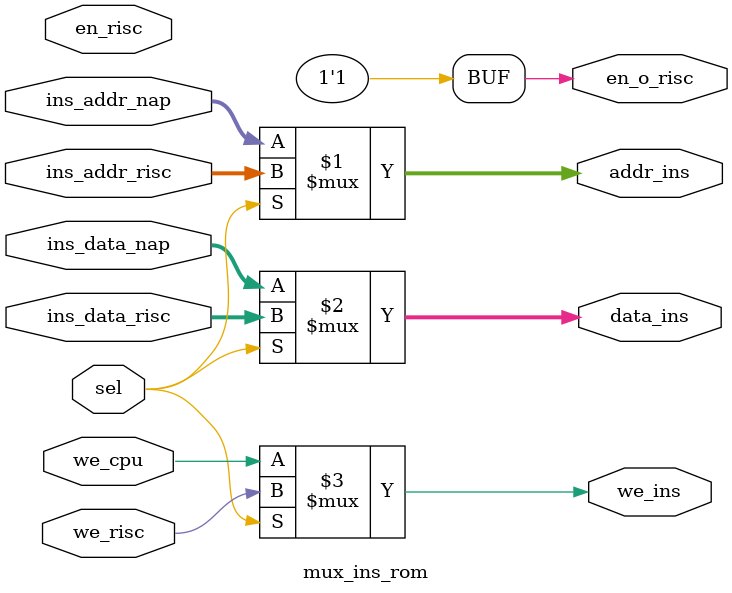
<source format=v>
module mux_ins_rom (
    input [31:0] ins_addr_nap, ins_addr_risc, ins_data_nap, ins_data_risc,  // 0 vÃ  1 lÃ  cá»§a náº¡p, 2 vÃ  3 lÃ  cá»§a 
    input   we_cpu, we_risc,       // 4 tÃ­n hiá»u 1 bit
    input               en_risc,
    input        sel,                             // TÃ­n hiá»u chá»?n
    output [31:0] addr_ins, data_ins,              // 2 Äáº§u ra 32 bit
    output      we_ins,                  // 2 Äáº§u ra 1 bit
    output           en_o_risc
);

    // Káº¿t ná»i Äáº§u ra vá»i Äáº§u vÃ o dá»±a trÃªn tÃ­n hiá»u chá»?n sel
    assign addr_ins = sel ? ins_addr_risc : ins_addr_nap;       // Chá»?n giá»¯a in0_32 vÃ  in2_32
    assign data_ins = sel ? ins_data_risc : ins_data_nap;       // Chá»?n giá»¯a in1_32 vÃ  in3_32

    assign we_ins  = sel ? we_risc : we_cpu;         // Chá»?n giá»¯a in0_1 vÃ  in2_1
    assign en_o_risc  =  1'b1;         // Chá»?n giá»¯a in1_1 vÃ  in3_1

endmodule

</source>
